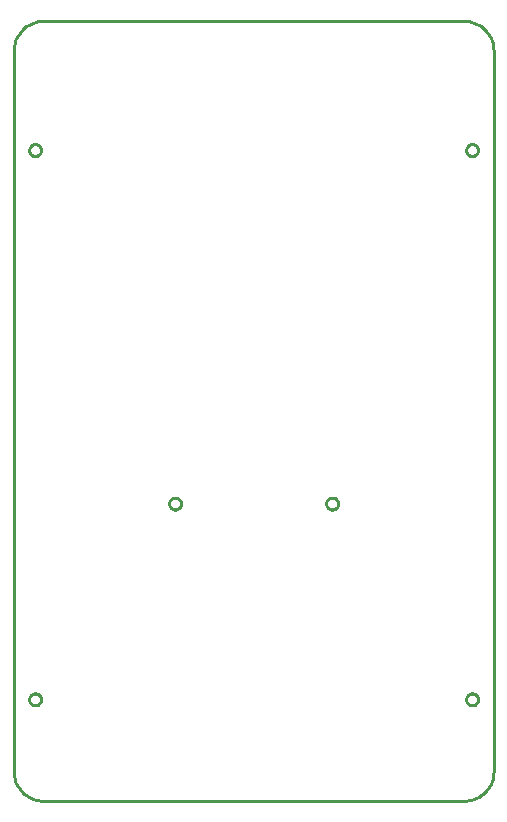
<source format=gbr>
G04 EAGLE Gerber RS-274X export*
G75*
%MOMM*%
%FSLAX34Y34*%
%LPD*%
%IN*%
%IPPOS*%
%AMOC8*
5,1,8,0,0,1.08239X$1,22.5*%
G01*
%ADD10C,0.254000*%


D10*
X-203200Y-330200D02*
X-203103Y-332414D01*
X-202814Y-334611D01*
X-202335Y-336774D01*
X-201668Y-338887D01*
X-200820Y-340935D01*
X-199797Y-342900D01*
X-198606Y-344769D01*
X-197258Y-346527D01*
X-195761Y-348161D01*
X-194127Y-349658D01*
X-192369Y-351006D01*
X-190500Y-352197D01*
X-188535Y-353220D01*
X-186487Y-354068D01*
X-184374Y-354735D01*
X-182211Y-355214D01*
X-180014Y-355503D01*
X-177800Y-355600D01*
X177800Y-355600D01*
X180014Y-355503D01*
X182211Y-355214D01*
X184374Y-354735D01*
X186487Y-354068D01*
X188535Y-353220D01*
X190500Y-352197D01*
X192369Y-351006D01*
X194127Y-349658D01*
X195761Y-348161D01*
X197258Y-346527D01*
X198606Y-344769D01*
X199797Y-342900D01*
X200820Y-340935D01*
X201668Y-338887D01*
X202335Y-336774D01*
X202814Y-334611D01*
X203103Y-332414D01*
X203200Y-330200D01*
X203200Y279400D01*
X203103Y281614D01*
X202814Y283811D01*
X202335Y285974D01*
X201668Y288087D01*
X200820Y290135D01*
X199797Y292100D01*
X198606Y293969D01*
X197258Y295727D01*
X195761Y297361D01*
X194127Y298858D01*
X192369Y300206D01*
X190500Y301397D01*
X188535Y302420D01*
X186487Y303268D01*
X184374Y303935D01*
X182211Y304414D01*
X180014Y304703D01*
X177800Y304800D01*
X-177800Y304800D01*
X-180014Y304703D01*
X-182211Y304414D01*
X-184374Y303935D01*
X-186487Y303268D01*
X-188535Y302420D01*
X-190500Y301397D01*
X-192369Y300206D01*
X-194127Y298858D01*
X-195761Y297361D01*
X-197258Y295727D01*
X-198606Y293969D01*
X-199797Y292100D01*
X-200820Y290135D01*
X-201668Y288087D01*
X-202335Y285974D01*
X-202814Y283811D01*
X-203103Y281614D01*
X-203200Y279400D01*
X-203200Y-330200D01*
X61500Y-104191D02*
X61563Y-104749D01*
X61688Y-105296D01*
X61873Y-105826D01*
X62117Y-106332D01*
X62416Y-106808D01*
X62766Y-107247D01*
X63163Y-107644D01*
X63602Y-107994D01*
X64078Y-108293D01*
X64584Y-108537D01*
X65114Y-108722D01*
X65661Y-108847D01*
X66219Y-108910D01*
X66781Y-108910D01*
X67339Y-108847D01*
X67886Y-108722D01*
X68416Y-108537D01*
X68922Y-108293D01*
X69398Y-107994D01*
X69837Y-107644D01*
X70234Y-107247D01*
X70584Y-106808D01*
X70883Y-106332D01*
X71127Y-105826D01*
X71312Y-105296D01*
X71437Y-104749D01*
X71500Y-104191D01*
X71500Y-103629D01*
X71437Y-103071D01*
X71312Y-102524D01*
X71127Y-101994D01*
X70883Y-101488D01*
X70584Y-101012D01*
X70234Y-100573D01*
X69837Y-100176D01*
X69398Y-99826D01*
X68922Y-99527D01*
X68416Y-99283D01*
X67886Y-99098D01*
X67339Y-98973D01*
X66781Y-98910D01*
X66219Y-98910D01*
X65661Y-98973D01*
X65114Y-99098D01*
X64584Y-99283D01*
X64078Y-99527D01*
X63602Y-99826D01*
X63163Y-100176D01*
X62766Y-100573D01*
X62416Y-101012D01*
X62117Y-101488D01*
X61873Y-101994D01*
X61688Y-102524D01*
X61563Y-103071D01*
X61500Y-103629D01*
X61500Y-104191D01*
X-71500Y-104191D02*
X-71437Y-104749D01*
X-71312Y-105296D01*
X-71127Y-105826D01*
X-70883Y-106332D01*
X-70584Y-106808D01*
X-70234Y-107247D01*
X-69837Y-107644D01*
X-69398Y-107994D01*
X-68922Y-108293D01*
X-68416Y-108537D01*
X-67886Y-108722D01*
X-67339Y-108847D01*
X-66781Y-108910D01*
X-66219Y-108910D01*
X-65661Y-108847D01*
X-65114Y-108722D01*
X-64584Y-108537D01*
X-64078Y-108293D01*
X-63602Y-107994D01*
X-63163Y-107644D01*
X-62766Y-107247D01*
X-62416Y-106808D01*
X-62117Y-106332D01*
X-61873Y-105826D01*
X-61688Y-105296D01*
X-61563Y-104749D01*
X-61500Y-104191D01*
X-61500Y-103629D01*
X-61563Y-103071D01*
X-61688Y-102524D01*
X-61873Y-101994D01*
X-62117Y-101488D01*
X-62416Y-101012D01*
X-62766Y-100573D01*
X-63163Y-100176D01*
X-63602Y-99826D01*
X-64078Y-99527D01*
X-64584Y-99283D01*
X-65114Y-99098D01*
X-65661Y-98973D01*
X-66219Y-98910D01*
X-66781Y-98910D01*
X-67339Y-98973D01*
X-67886Y-99098D01*
X-68416Y-99283D01*
X-68922Y-99527D01*
X-69398Y-99826D01*
X-69837Y-100176D01*
X-70234Y-100573D01*
X-70584Y-101012D01*
X-70883Y-101488D01*
X-71127Y-101994D01*
X-71312Y-102524D01*
X-71437Y-103071D01*
X-71500Y-103629D01*
X-71500Y-104191D01*
X-190000Y195109D02*
X-189937Y194551D01*
X-189812Y194004D01*
X-189627Y193474D01*
X-189383Y192968D01*
X-189084Y192492D01*
X-188734Y192053D01*
X-188337Y191656D01*
X-187898Y191306D01*
X-187422Y191007D01*
X-186916Y190763D01*
X-186386Y190578D01*
X-185839Y190453D01*
X-185281Y190390D01*
X-184719Y190390D01*
X-184161Y190453D01*
X-183614Y190578D01*
X-183084Y190763D01*
X-182578Y191007D01*
X-182102Y191306D01*
X-181663Y191656D01*
X-181266Y192053D01*
X-180916Y192492D01*
X-180617Y192968D01*
X-180373Y193474D01*
X-180188Y194004D01*
X-180063Y194551D01*
X-180000Y195109D01*
X-180000Y195671D01*
X-180063Y196229D01*
X-180188Y196776D01*
X-180373Y197306D01*
X-180617Y197812D01*
X-180916Y198288D01*
X-181266Y198727D01*
X-181663Y199124D01*
X-182102Y199474D01*
X-182578Y199773D01*
X-183084Y200017D01*
X-183614Y200202D01*
X-184161Y200327D01*
X-184719Y200390D01*
X-185281Y200390D01*
X-185839Y200327D01*
X-186386Y200202D01*
X-186916Y200017D01*
X-187422Y199773D01*
X-187898Y199474D01*
X-188337Y199124D01*
X-188734Y198727D01*
X-189084Y198288D01*
X-189383Y197812D01*
X-189627Y197306D01*
X-189812Y196776D01*
X-189937Y196229D01*
X-190000Y195671D01*
X-190000Y195109D01*
X180000Y195109D02*
X180063Y194551D01*
X180188Y194004D01*
X180373Y193474D01*
X180617Y192968D01*
X180916Y192492D01*
X181266Y192053D01*
X181663Y191656D01*
X182102Y191306D01*
X182578Y191007D01*
X183084Y190763D01*
X183614Y190578D01*
X184161Y190453D01*
X184719Y190390D01*
X185281Y190390D01*
X185839Y190453D01*
X186386Y190578D01*
X186916Y190763D01*
X187422Y191007D01*
X187898Y191306D01*
X188337Y191656D01*
X188734Y192053D01*
X189084Y192492D01*
X189383Y192968D01*
X189627Y193474D01*
X189812Y194004D01*
X189937Y194551D01*
X190000Y195109D01*
X190000Y195671D01*
X189937Y196229D01*
X189812Y196776D01*
X189627Y197306D01*
X189383Y197812D01*
X189084Y198288D01*
X188734Y198727D01*
X188337Y199124D01*
X187898Y199474D01*
X187422Y199773D01*
X186916Y200017D01*
X186386Y200202D01*
X185839Y200327D01*
X185281Y200390D01*
X184719Y200390D01*
X184161Y200327D01*
X183614Y200202D01*
X183084Y200017D01*
X182578Y199773D01*
X182102Y199474D01*
X181663Y199124D01*
X181266Y198727D01*
X180916Y198288D01*
X180617Y197812D01*
X180373Y197306D01*
X180188Y196776D01*
X180063Y196229D01*
X180000Y195671D01*
X180000Y195109D01*
X180000Y-269891D02*
X180063Y-270449D01*
X180188Y-270996D01*
X180373Y-271526D01*
X180617Y-272032D01*
X180916Y-272508D01*
X181266Y-272947D01*
X181663Y-273344D01*
X182102Y-273694D01*
X182578Y-273993D01*
X183084Y-274237D01*
X183614Y-274422D01*
X184161Y-274547D01*
X184719Y-274610D01*
X185281Y-274610D01*
X185839Y-274547D01*
X186386Y-274422D01*
X186916Y-274237D01*
X187422Y-273993D01*
X187898Y-273694D01*
X188337Y-273344D01*
X188734Y-272947D01*
X189084Y-272508D01*
X189383Y-272032D01*
X189627Y-271526D01*
X189812Y-270996D01*
X189937Y-270449D01*
X190000Y-269891D01*
X190000Y-269329D01*
X189937Y-268771D01*
X189812Y-268224D01*
X189627Y-267694D01*
X189383Y-267188D01*
X189084Y-266712D01*
X188734Y-266273D01*
X188337Y-265876D01*
X187898Y-265526D01*
X187422Y-265227D01*
X186916Y-264983D01*
X186386Y-264798D01*
X185839Y-264673D01*
X185281Y-264610D01*
X184719Y-264610D01*
X184161Y-264673D01*
X183614Y-264798D01*
X183084Y-264983D01*
X182578Y-265227D01*
X182102Y-265526D01*
X181663Y-265876D01*
X181266Y-266273D01*
X180916Y-266712D01*
X180617Y-267188D01*
X180373Y-267694D01*
X180188Y-268224D01*
X180063Y-268771D01*
X180000Y-269329D01*
X180000Y-269891D01*
X-190000Y-269891D02*
X-189937Y-270449D01*
X-189812Y-270996D01*
X-189627Y-271526D01*
X-189383Y-272032D01*
X-189084Y-272508D01*
X-188734Y-272947D01*
X-188337Y-273344D01*
X-187898Y-273694D01*
X-187422Y-273993D01*
X-186916Y-274237D01*
X-186386Y-274422D01*
X-185839Y-274547D01*
X-185281Y-274610D01*
X-184719Y-274610D01*
X-184161Y-274547D01*
X-183614Y-274422D01*
X-183084Y-274237D01*
X-182578Y-273993D01*
X-182102Y-273694D01*
X-181663Y-273344D01*
X-181266Y-272947D01*
X-180916Y-272508D01*
X-180617Y-272032D01*
X-180373Y-271526D01*
X-180188Y-270996D01*
X-180063Y-270449D01*
X-180000Y-269891D01*
X-180000Y-269329D01*
X-180063Y-268771D01*
X-180188Y-268224D01*
X-180373Y-267694D01*
X-180617Y-267188D01*
X-180916Y-266712D01*
X-181266Y-266273D01*
X-181663Y-265876D01*
X-182102Y-265526D01*
X-182578Y-265227D01*
X-183084Y-264983D01*
X-183614Y-264798D01*
X-184161Y-264673D01*
X-184719Y-264610D01*
X-185281Y-264610D01*
X-185839Y-264673D01*
X-186386Y-264798D01*
X-186916Y-264983D01*
X-187422Y-265227D01*
X-187898Y-265526D01*
X-188337Y-265876D01*
X-188734Y-266273D01*
X-189084Y-266712D01*
X-189383Y-267188D01*
X-189627Y-267694D01*
X-189812Y-268224D01*
X-189937Y-268771D01*
X-190000Y-269329D01*
X-190000Y-269891D01*
M02*

</source>
